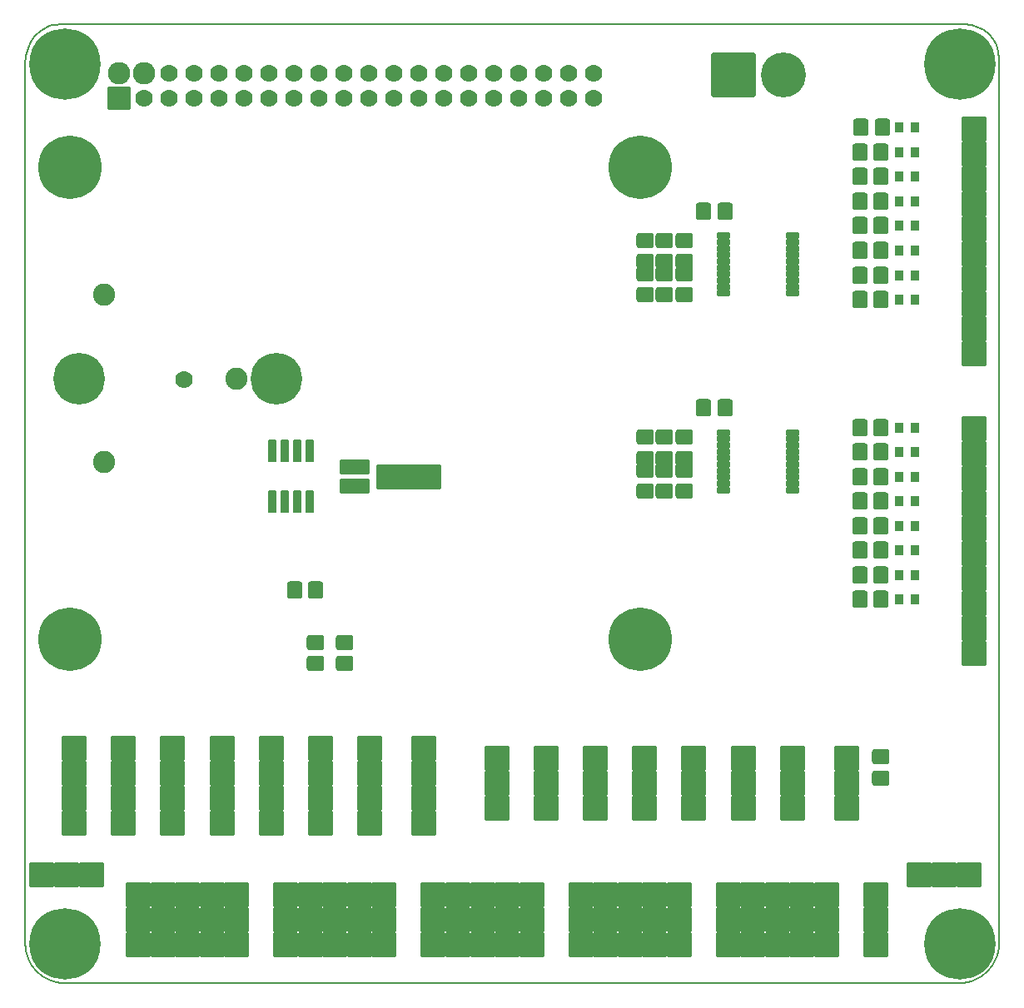
<source format=gbr>
G04 PROTEUS RS274X GERBER FILE*
%FSLAX45Y45*%
%MOMM*%
G01*
%ADD31C,1.778000*%
%ADD32C,6.454000*%
%AMPPAD027*
4,1,48,
-0.952500,1.206500,
0.952500,1.206500,
0.978900,1.205220,
1.004430,1.201450,
1.028990,1.195300,
1.074720,1.176370,
1.115150,1.149340,
1.149340,1.115140,
1.176360,1.074720,
1.195300,1.028990,
1.201450,1.004430,
1.205220,0.978900,
1.206500,0.952500,
1.206500,-0.952500,
1.205220,-0.978900,
1.201450,-1.004430,
1.195300,-1.028990,
1.176360,-1.074720,
1.149340,-1.115140,
1.115150,-1.149340,
1.074720,-1.176370,
1.028990,-1.195300,
1.004430,-1.201450,
0.978900,-1.205220,
0.952500,-1.206500,
-0.952500,-1.206500,
-0.978900,-1.205220,
-1.004430,-1.201450,
-1.028990,-1.195300,
-1.074720,-1.176370,
-1.115150,-1.149340,
-1.149340,-1.115140,
-1.176360,-1.074720,
-1.195300,-1.028990,
-1.201450,-1.004430,
-1.205220,-0.978900,
-1.206500,-0.952500,
-1.206500,0.952500,
-1.205220,0.978900,
-1.201450,1.004430,
-1.195300,1.028990,
-1.176360,1.074720,
-1.149340,1.115140,
-1.115150,1.149340,
-1.074720,1.176370,
-1.028990,1.195300,
-1.004430,1.201450,
-0.978900,1.205220,
-0.952500,1.206500,
0*%
%ADD33PPAD027*%
%ADD34C,2.286000*%
%ADD35C,5.254000*%
%ADD36C,2.254000*%
%AMPPAD031*
4,1,48,
-1.270000,-1.016000,
-1.270000,1.016000,
-1.268720,1.042400,
-1.264950,1.067930,
-1.258800,1.092490,
-1.239870,1.138220,
-1.212840,1.178650,
-1.178640,1.212840,
-1.138220,1.239860,
-1.092490,1.258800,
-1.067930,1.264950,
-1.042400,1.268720,
-1.016000,1.270000,
1.016000,1.270000,
1.042400,1.268720,
1.067930,1.264950,
1.092490,1.258800,
1.138220,1.239860,
1.178640,1.212840,
1.212840,1.178650,
1.239870,1.138220,
1.258800,1.092490,
1.264950,1.067930,
1.268720,1.042400,
1.270000,1.016000,
1.270000,-1.016000,
1.268720,-1.042400,
1.264950,-1.067930,
1.258800,-1.092490,
1.239870,-1.138220,
1.212840,-1.178650,
1.178640,-1.212840,
1.138220,-1.239860,
1.092490,-1.258800,
1.067930,-1.264950,
1.042400,-1.268720,
1.016000,-1.270000,
-1.016000,-1.270000,
-1.042400,-1.268720,
-1.067930,-1.264950,
-1.092490,-1.258800,
-1.138220,-1.239860,
-1.178640,-1.212840,
-1.212840,-1.178650,
-1.239870,-1.138220,
-1.258800,-1.092490,
-1.264950,-1.067930,
-1.268720,-1.042400,
-1.270000,-1.016000,
0*%
%ADD37PPAD031*%
%ADD38C,7.254000*%
%AMPPAD033*
4,1,36,
-0.317500,1.143000,
0.317500,1.143000,
0.343470,1.140470,
0.367480,1.133200,
0.389080,1.121650,
0.407790,1.106290,
0.423150,1.087570,
0.434700,1.065980,
0.441970,1.041970,
0.444500,1.016000,
0.444500,-1.016000,
0.441970,-1.041970,
0.434700,-1.065980,
0.423150,-1.087570,
0.407790,-1.106290,
0.389080,-1.121650,
0.367480,-1.133200,
0.343470,-1.140470,
0.317500,-1.143000,
-0.317500,-1.143000,
-0.343470,-1.140470,
-0.367480,-1.133200,
-0.389080,-1.121650,
-0.407790,-1.106290,
-0.423150,-1.087570,
-0.434700,-1.065980,
-0.441970,-1.041970,
-0.444500,-1.016000,
-0.444500,1.016000,
-0.441970,1.041970,
-0.434700,1.065980,
-0.423150,1.087570,
-0.407790,1.106290,
-0.389080,1.121650,
-0.367480,1.133200,
-0.343470,1.140470,
-0.317500,1.143000,
0*%
%ADD39PPAD033*%
%AMPPAD034*
4,1,36,
-0.677000,-0.200000,
-0.677000,0.200000,
-0.674470,0.225970,
-0.667200,0.249980,
-0.655650,0.271580,
-0.640290,0.290290,
-0.621570,0.305650,
-0.599980,0.317200,
-0.575970,0.324470,
-0.550000,0.327000,
0.550000,0.327000,
0.575970,0.324470,
0.599980,0.317200,
0.621570,0.305650,
0.640290,0.290290,
0.655650,0.271580,
0.667200,0.249980,
0.674470,0.225970,
0.677000,0.200000,
0.677000,-0.200000,
0.674470,-0.225970,
0.667200,-0.249980,
0.655650,-0.271580,
0.640290,-0.290290,
0.621570,-0.305650,
0.599980,-0.317200,
0.575970,-0.324470,
0.550000,-0.327000,
-0.550000,-0.327000,
-0.575970,-0.324470,
-0.599980,-0.317200,
-0.621570,-0.305650,
-0.640290,-0.290290,
-0.655650,-0.271580,
-0.667200,-0.249980,
-0.674470,-0.225970,
-0.677000,-0.200000,
0*%
%ADD40PPAD034*%
%AMPPAD035*
4,1,48,
-0.889000,-0.508000,
-0.889000,0.508000,
-0.887720,0.534400,
-0.883950,0.559930,
-0.877800,0.584490,
-0.858870,0.630220,
-0.831840,0.670650,
-0.797640,0.704840,
-0.757220,0.731860,
-0.711490,0.750800,
-0.686930,0.756950,
-0.661400,0.760720,
-0.635000,0.762000,
0.635000,0.762000,
0.661400,0.760720,
0.686930,0.756950,
0.711490,0.750800,
0.757220,0.731860,
0.797640,0.704840,
0.831840,0.670650,
0.858870,0.630220,
0.877800,0.584490,
0.883950,0.559930,
0.887720,0.534400,
0.889000,0.508000,
0.889000,-0.508000,
0.887720,-0.534400,
0.883950,-0.559930,
0.877800,-0.584490,
0.858870,-0.630220,
0.831840,-0.670650,
0.797640,-0.704840,
0.757220,-0.731860,
0.711490,-0.750800,
0.686930,-0.756950,
0.661400,-0.760720,
0.635000,-0.762000,
-0.635000,-0.762000,
-0.661400,-0.760720,
-0.686930,-0.756950,
-0.711490,-0.750800,
-0.757220,-0.731860,
-0.797640,-0.704840,
-0.831840,-0.670650,
-0.858870,-0.630220,
-0.877800,-0.584490,
-0.883950,-0.559930,
-0.887720,-0.534400,
-0.889000,-0.508000,
0*%
%ADD41PPAD035*%
%AMPPAD036*
4,1,48,
-0.508000,0.889000,
0.508000,0.889000,
0.534400,0.887720,
0.559930,0.883950,
0.584490,0.877800,
0.630220,0.858870,
0.670650,0.831840,
0.704840,0.797640,
0.731860,0.757220,
0.750800,0.711490,
0.756950,0.686930,
0.760720,0.661400,
0.762000,0.635000,
0.762000,-0.635000,
0.760720,-0.661400,
0.756950,-0.686930,
0.750800,-0.711490,
0.731860,-0.757220,
0.704840,-0.797640,
0.670650,-0.831840,
0.630220,-0.858870,
0.584490,-0.877800,
0.559930,-0.883950,
0.534400,-0.887720,
0.508000,-0.889000,
-0.508000,-0.889000,
-0.534400,-0.887720,
-0.559930,-0.883950,
-0.584490,-0.877800,
-0.630220,-0.858870,
-0.670650,-0.831840,
-0.704840,-0.797640,
-0.731860,-0.757220,
-0.750800,-0.711490,
-0.756950,-0.686930,
-0.760720,-0.661400,
-0.762000,-0.635000,
-0.762000,0.635000,
-0.760720,0.661400,
-0.756950,0.686930,
-0.750800,0.711490,
-0.731860,0.757220,
-0.704840,0.797640,
-0.670650,0.831840,
-0.630220,0.858870,
-0.584490,0.877800,
-0.559930,0.883950,
-0.534400,0.887720,
-0.508000,0.889000,
0*%
%ADD42PPAD036*%
%AMPPAD037*
4,1,4,
0.444500,-0.469900,
-0.444500,-0.469900,
-0.444500,0.469900,
0.444500,0.469900,
0.444500,-0.469900,
0*%
%ADD43PPAD037*%
%AMPPAD038*
4,1,48,
-1.524000,-0.508000,
-1.524000,0.508000,
-1.522720,0.534400,
-1.518950,0.559930,
-1.512800,0.584490,
-1.493870,0.630220,
-1.466840,0.670650,
-1.432640,0.704840,
-1.392220,0.731860,
-1.346490,0.750800,
-1.321930,0.756950,
-1.296400,0.760720,
-1.270000,0.762000,
1.270000,0.762000,
1.296400,0.760720,
1.321930,0.756950,
1.346490,0.750800,
1.392220,0.731860,
1.432640,0.704840,
1.466840,0.670650,
1.493870,0.630220,
1.512800,0.584490,
1.518950,0.559930,
1.522720,0.534400,
1.524000,0.508000,
1.524000,-0.508000,
1.522720,-0.534400,
1.518950,-0.559930,
1.512800,-0.584490,
1.493870,-0.630220,
1.466840,-0.670650,
1.432640,-0.704840,
1.392220,-0.731860,
1.346490,-0.750800,
1.321930,-0.756950,
1.296400,-0.760720,
1.270000,-0.762000,
-1.270000,-0.762000,
-1.296400,-0.760720,
-1.321930,-0.756950,
-1.346490,-0.750800,
-1.392220,-0.731860,
-1.432640,-0.704840,
-1.466840,-0.670650,
-1.493870,-0.630220,
-1.512800,-0.584490,
-1.518950,-0.559930,
-1.522720,-0.534400,
-1.524000,-0.508000,
0*%
%ADD44PPAD038*%
%AMPPAD039*
4,1,48,
-3.302000,-1.016000,
-3.302000,1.016000,
-3.300720,1.042400,
-3.296950,1.067930,
-3.290800,1.092490,
-3.271870,1.138220,
-3.244840,1.178650,
-3.210640,1.212840,
-3.170220,1.239860,
-3.124490,1.258800,
-3.099930,1.264950,
-3.074400,1.268720,
-3.048000,1.270000,
3.048000,1.270000,
3.074400,1.268720,
3.099930,1.264950,
3.124490,1.258800,
3.170220,1.239860,
3.210640,1.212840,
3.244840,1.178650,
3.271870,1.138220,
3.290800,1.092490,
3.296950,1.067930,
3.300720,1.042400,
3.302000,1.016000,
3.302000,-1.016000,
3.300720,-1.042400,
3.296950,-1.067930,
3.290800,-1.092490,
3.271870,-1.138220,
3.244840,-1.178650,
3.210640,-1.212840,
3.170220,-1.239860,
3.124490,-1.258800,
3.099930,-1.264950,
3.074400,-1.268720,
3.048000,-1.270000,
-3.048000,-1.270000,
-3.074400,-1.268720,
-3.099930,-1.264950,
-3.124490,-1.258800,
-3.170220,-1.239860,
-3.210640,-1.212840,
-3.244840,-1.178650,
-3.271870,-1.138220,
-3.290800,-1.092490,
-3.296950,-1.067930,
-3.300720,-1.042400,
-3.302000,-1.016000,
0*%
%ADD45PPAD039*%
%AMPPAD040*
4,1,48,
-1.905000,2.286000,
1.905000,2.286000,
1.944600,2.284080,
1.982900,2.278420,
2.054940,2.256610,
2.119730,2.221960,
2.175870,2.175870,
2.221960,2.119730,
2.256610,2.054940,
2.269210,2.019740,
2.278420,1.982900,
2.284080,1.944600,
2.286000,1.905000,
2.286000,-1.905000,
2.284080,-1.944600,
2.278420,-1.982900,
2.269210,-2.019740,
2.256610,-2.054940,
2.221960,-2.119730,
2.175870,-2.175870,
2.119730,-2.221960,
2.054940,-2.256610,
1.982900,-2.278420,
1.944600,-2.284080,
1.905000,-2.286000,
-1.905000,-2.286000,
-1.944600,-2.284080,
-1.982900,-2.278420,
-2.054940,-2.256610,
-2.119730,-2.221960,
-2.175870,-2.175870,
-2.221960,-2.119730,
-2.256610,-2.054940,
-2.269210,-2.019740,
-2.278420,-1.982900,
-2.284080,-1.944600,
-2.286000,-1.905000,
-2.286000,1.905000,
-2.284080,1.944600,
-2.278420,1.982900,
-2.269210,2.019740,
-2.256610,2.054940,
-2.221960,2.119730,
-2.175870,2.175870,
-2.119730,2.221960,
-2.054940,2.256610,
-1.982900,2.278420,
-1.944600,2.284080,
-1.905000,2.286000,
0*%
%ADD46PPAD040*%
%ADD47C,4.572000*%
%AMPPAD042*
4,1,48,
-1.016000,1.270000,
1.016000,1.270000,
1.042400,1.268720,
1.067930,1.264950,
1.092490,1.258800,
1.138220,1.239870,
1.178650,1.212840,
1.212840,1.178640,
1.239860,1.138220,
1.258800,1.092490,
1.264950,1.067930,
1.268720,1.042400,
1.270000,1.016000,
1.270000,-1.016000,
1.268720,-1.042400,
1.264950,-1.067930,
1.258800,-1.092490,
1.239860,-1.138220,
1.212840,-1.178640,
1.178650,-1.212840,
1.138220,-1.239870,
1.092490,-1.258800,
1.067930,-1.264950,
1.042400,-1.268720,
1.016000,-1.270000,
-1.016000,-1.270000,
-1.042400,-1.268720,
-1.067930,-1.264950,
-1.092490,-1.258800,
-1.138220,-1.239870,
-1.178650,-1.212840,
-1.212840,-1.178640,
-1.239860,-1.138220,
-1.258800,-1.092490,
-1.264950,-1.067930,
-1.268720,-1.042400,
-1.270000,-1.016000,
-1.270000,1.016000,
-1.268720,1.042400,
-1.264950,1.067930,
-1.258800,1.092490,
-1.239860,1.138220,
-1.212840,1.178640,
-1.178650,1.212840,
-1.138220,1.239870,
-1.092490,1.258800,
-1.067930,1.264950,
-1.042400,1.268720,
-1.016000,1.270000,
0*%
%ADD48PPAD042*%
%ADD72C,0.203200*%
D31*
X+1665402Y-3660000D03*
D32*
X+500000Y-1500000D03*
X+6300000Y-1500000D03*
X+6300000Y-6300000D03*
X+500000Y-6300000D03*
D33*
X+1000000Y-804000D03*
D31*
X+1254000Y-804000D03*
X+1508000Y-804000D03*
X+1762000Y-804000D03*
X+2016000Y-804000D03*
X+2270000Y-804000D03*
X+2524000Y-804000D03*
X+2778000Y-804000D03*
X+3032000Y-804000D03*
X+3286000Y-804000D03*
X+3540000Y-804000D03*
X+3794000Y-804000D03*
X+4048000Y-804000D03*
X+4302000Y-804000D03*
X+4556000Y-804000D03*
X+4810000Y-804000D03*
X+5064000Y-804000D03*
X+5318000Y-804000D03*
X+5572000Y-804000D03*
X+5826000Y-804000D03*
X+5826000Y-550000D03*
X+5572000Y-550000D03*
X+5318000Y-550000D03*
X+5064000Y-550000D03*
X+4810000Y-550000D03*
X+4556000Y-550000D03*
X+4302000Y-550000D03*
X+4048000Y-550000D03*
X+3794000Y-550000D03*
X+3540000Y-550000D03*
X+3286000Y-550000D03*
X+3032000Y-550000D03*
X+2778000Y-550000D03*
X+2524000Y-550000D03*
X+2270000Y-550000D03*
X+2016000Y-550000D03*
X+1762000Y-550000D03*
X+1508000Y-550000D03*
D34*
X+1254000Y-550000D03*
X+1000000Y-550000D03*
D35*
X+2600000Y-3650000D03*
D36*
X+850000Y-2800000D03*
X+850000Y-4500000D03*
X+2200000Y-3650000D03*
D35*
X+600000Y-3650000D03*
D37*
X+548458Y-8171500D03*
X+548458Y-7917500D03*
X+548458Y-7663500D03*
X+548458Y-7409500D03*
X+1048458Y-8171500D03*
X+1048458Y-7917500D03*
X+1048458Y-7663500D03*
X+1048458Y-7409500D03*
X+1548458Y-8171500D03*
X+1548458Y-7917500D03*
X+1548458Y-7663500D03*
X+1548458Y-7409500D03*
X+2048458Y-8171500D03*
X+2048458Y-7917500D03*
X+2048458Y-7663500D03*
X+2048458Y-7409500D03*
X+2548458Y-8171500D03*
X+2548458Y-7917500D03*
X+2548458Y-7663500D03*
X+2548458Y-7409500D03*
X+3048458Y-8171500D03*
X+3048458Y-7917500D03*
X+3048458Y-7663500D03*
X+3048458Y-7409500D03*
X+3548458Y-8171500D03*
X+3548458Y-7917500D03*
X+3548458Y-7663500D03*
X+3548458Y-7409500D03*
X+4098458Y-8171500D03*
X+4098458Y-7917500D03*
X+4098458Y-7663500D03*
X+4098458Y-7409500D03*
X+4848458Y-8021500D03*
X+4848458Y-7767500D03*
X+4848458Y-7513500D03*
X+5348458Y-8021500D03*
X+5348458Y-7767500D03*
X+5348458Y-7513500D03*
X+5848458Y-8021500D03*
X+5848458Y-7767500D03*
X+5848458Y-7513500D03*
X+6348458Y-8021500D03*
X+6348458Y-7767500D03*
X+6348458Y-7513500D03*
X+6848458Y-8021500D03*
X+6848458Y-7767500D03*
X+6848458Y-7513500D03*
X+7348458Y-8021500D03*
X+7348458Y-7767500D03*
X+7348458Y-7513500D03*
X+7848458Y-8021500D03*
X+7848458Y-7767500D03*
X+7848458Y-7513500D03*
X+8398458Y-8021500D03*
X+8398458Y-7767500D03*
X+8398458Y-7513500D03*
X+1198458Y-9413500D03*
X+1198458Y-9159500D03*
X+1198458Y-8905500D03*
X+1448458Y-9413500D03*
X+1448458Y-9159500D03*
X+1448458Y-8905500D03*
X+1698458Y-9413500D03*
X+1698458Y-9159500D03*
X+1698458Y-8905500D03*
X+1948458Y-9413500D03*
X+1948458Y-9159500D03*
X+1948458Y-8905500D03*
X+2198458Y-9413500D03*
X+2198458Y-9159500D03*
X+2198458Y-8905500D03*
X+2698458Y-9413500D03*
X+2698458Y-9159500D03*
X+2698458Y-8905500D03*
X+2948458Y-9413500D03*
X+2948458Y-9159500D03*
X+2948458Y-8905500D03*
X+3198458Y-9413500D03*
X+3198458Y-9159500D03*
X+3198458Y-8905500D03*
X+3448458Y-9413500D03*
X+3448458Y-9159500D03*
X+3448458Y-8905500D03*
X+3698458Y-9413500D03*
X+3698458Y-9159500D03*
X+3698458Y-8905500D03*
X+4198458Y-9413500D03*
X+4198458Y-9159500D03*
X+4198458Y-8905500D03*
X+4448458Y-9413500D03*
X+4448458Y-9159500D03*
X+4448458Y-8905500D03*
X+4698458Y-9413500D03*
X+4698458Y-9159500D03*
X+4698458Y-8905500D03*
X+4948458Y-9413500D03*
X+4948458Y-9159500D03*
X+4948458Y-8905500D03*
X+5198458Y-9413500D03*
X+5198458Y-9159500D03*
X+5198458Y-8905500D03*
X+5698458Y-9413500D03*
X+5698458Y-9159500D03*
X+5698458Y-8905500D03*
X+5948458Y-9413500D03*
X+5948458Y-9159500D03*
X+5948458Y-8905500D03*
X+6198458Y-9413500D03*
X+6198458Y-9159500D03*
X+6198458Y-8905500D03*
X+6448458Y-9413500D03*
X+6448458Y-9159500D03*
X+6448458Y-8905500D03*
X+6698458Y-9413500D03*
X+6698458Y-9159500D03*
X+6698458Y-8905500D03*
X+7198458Y-9413500D03*
X+7198458Y-9159500D03*
X+7198458Y-8905500D03*
X+7448458Y-9413500D03*
X+7448458Y-9159500D03*
X+7448458Y-8905500D03*
X+7698458Y-9413500D03*
X+7698458Y-9159500D03*
X+7698458Y-8905500D03*
X+7948458Y-9413500D03*
X+7948458Y-9159500D03*
X+7948458Y-8905500D03*
X+8198458Y-9413500D03*
X+8198458Y-9159500D03*
X+8198458Y-8905500D03*
X+8698458Y-9413500D03*
X+8698458Y-9159500D03*
X+8698458Y-8905500D03*
X+9700000Y-3400000D03*
X+9700000Y-3146000D03*
X+9700000Y-2892000D03*
X+9700000Y-2638000D03*
X+9700000Y-2384000D03*
X+9700000Y-2130000D03*
X+9700000Y-1876000D03*
X+9700000Y-1622000D03*
X+9700000Y-1368000D03*
X+9700000Y-1114000D03*
X+9700000Y-6450000D03*
X+9700000Y-6196000D03*
X+9700000Y-5942000D03*
X+9700000Y-5688000D03*
X+9700000Y-5434000D03*
X+9700000Y-5180000D03*
X+9700000Y-4926000D03*
X+9700000Y-4672000D03*
X+9700000Y-4418000D03*
X+9700000Y-4164000D03*
D38*
X+450000Y-450000D03*
X+9550000Y-450000D03*
X+9550000Y-9400000D03*
X+450000Y-9400000D03*
D39*
X+2940500Y-4389650D03*
X+2813500Y-4389650D03*
X+2686500Y-4389650D03*
X+2559500Y-4389650D03*
X+2559500Y-4910350D03*
X+2686500Y-4910350D03*
X+2813500Y-4910350D03*
X+2940500Y-4910350D03*
D40*
X+7150000Y-2200000D03*
X+7150000Y-2265000D03*
X+7150000Y-2330000D03*
X+7150000Y-2395000D03*
X+7150000Y-2460000D03*
X+7150000Y-2525000D03*
X+7150000Y-2590000D03*
X+7150000Y-2655000D03*
X+7150000Y-2720000D03*
X+7150000Y-2785000D03*
X+7850000Y-2785000D03*
X+7850000Y-2720000D03*
X+7850000Y-2655000D03*
X+7850000Y-2590000D03*
X+7850000Y-2525000D03*
X+7850000Y-2460000D03*
X+7850000Y-2395000D03*
X+7850000Y-2330000D03*
X+7850000Y-2265000D03*
X+7850000Y-2200000D03*
X+7150000Y-4200000D03*
X+7150000Y-4265000D03*
X+7150000Y-4330000D03*
X+7150000Y-4395000D03*
X+7150000Y-4460000D03*
X+7150000Y-4525000D03*
X+7150000Y-4590000D03*
X+7150000Y-4655000D03*
X+7150000Y-4720000D03*
X+7150000Y-4785000D03*
X+7850000Y-4785000D03*
X+7850000Y-4720000D03*
X+7850000Y-4655000D03*
X+7850000Y-4590000D03*
X+7850000Y-4525000D03*
X+7850000Y-4460000D03*
X+7850000Y-4395000D03*
X+7850000Y-4330000D03*
X+7850000Y-4265000D03*
X+7850000Y-4200000D03*
D41*
X+8748458Y-7713500D03*
X+8748458Y-7500140D03*
X+6350000Y-4250000D03*
X+6350000Y-4463360D03*
X+6750000Y-4250000D03*
X+6750000Y-4463360D03*
X+6550000Y-4250000D03*
X+6550000Y-4463360D03*
X+6350000Y-4800000D03*
X+6350000Y-4586640D03*
X+6750000Y-4800000D03*
X+6750000Y-4586640D03*
X+6550000Y-4800000D03*
X+6550000Y-4586640D03*
X+6350000Y-2250000D03*
X+6350000Y-2463360D03*
X+6750000Y-2250000D03*
X+6750000Y-2463360D03*
X+6550000Y-2250000D03*
X+6550000Y-2463360D03*
X+6350000Y-2800000D03*
X+6350000Y-2586640D03*
X+6750000Y-2800000D03*
X+6750000Y-2586640D03*
X+6550000Y-2800000D03*
X+6550000Y-2586640D03*
D42*
X+6950000Y-1950000D03*
X+7163360Y-1950000D03*
X+6950000Y-3950000D03*
X+7163360Y-3950000D03*
D43*
X+8940000Y-1100000D03*
X+9100000Y-1100000D03*
X+8940000Y-1350000D03*
X+9100000Y-1350000D03*
X+8940000Y-1600000D03*
X+9100000Y-1600000D03*
X+8940000Y-1850000D03*
X+9100000Y-1850000D03*
X+8940000Y-2100000D03*
X+9100000Y-2100000D03*
X+8940000Y-2350000D03*
X+9100000Y-2350000D03*
X+8940000Y-2600000D03*
X+9100000Y-2600000D03*
X+8940000Y-2850000D03*
X+9100000Y-2850000D03*
X+8940000Y-4150000D03*
X+9100000Y-4150000D03*
X+8940000Y-4400000D03*
X+9100000Y-4400000D03*
X+8940000Y-4650000D03*
X+9100000Y-4650000D03*
X+8940000Y-4900000D03*
X+9100000Y-4900000D03*
X+8940000Y-5150000D03*
X+9100000Y-5150000D03*
X+8940000Y-5400000D03*
X+9100000Y-5400000D03*
X+8940000Y-5650000D03*
X+9100000Y-5650000D03*
X+8940000Y-5900000D03*
X+9100000Y-5900000D03*
D42*
X+8763360Y-1100000D03*
X+8550000Y-1100000D03*
X+8750000Y-1350000D03*
X+8536640Y-1350000D03*
X+8750000Y-1600000D03*
X+8536640Y-1600000D03*
X+8750000Y-1850000D03*
X+8536640Y-1850000D03*
X+8750000Y-2100000D03*
X+8536640Y-2100000D03*
X+8750000Y-2350000D03*
X+8536640Y-2350000D03*
X+8750000Y-2600000D03*
X+8536640Y-2600000D03*
X+8750000Y-2850000D03*
X+8536640Y-2850000D03*
X+8750000Y-4150000D03*
X+8536640Y-4150000D03*
X+8750000Y-4400000D03*
X+8536640Y-4400000D03*
X+8750000Y-4650000D03*
X+8536640Y-4650000D03*
X+8750000Y-4900000D03*
X+8536640Y-4900000D03*
X+8750000Y-5150000D03*
X+8536640Y-5150000D03*
X+8750000Y-5400000D03*
X+8536640Y-5400000D03*
X+8750000Y-5650000D03*
X+8536640Y-5650000D03*
X+8750000Y-5900000D03*
X+8536640Y-5900000D03*
D44*
X+3400000Y-4750000D03*
X+3400000Y-4550000D03*
D45*
X+3950000Y-4650000D03*
D41*
X+3300000Y-6553360D03*
X+3300000Y-6340000D03*
X+3000000Y-6340000D03*
X+3000000Y-6553360D03*
D42*
X+3000000Y-5800000D03*
X+2786640Y-5800000D03*
D46*
X+7250000Y-560000D03*
D47*
X+7758000Y-560000D03*
D48*
X+9138458Y-8703500D03*
X+9392458Y-8703500D03*
X+9646458Y-8703500D03*
X+724770Y-8697188D03*
X+470770Y-8697188D03*
X+216770Y-8697188D03*
D72*
X+400000Y-50000D02*
X+9600000Y-50000D01*
X+9950000Y-400000D02*
X+9950000Y-9400000D01*
X+50000Y-9400000D02*
X+50000Y-450000D01*
X+9600000Y-50000D02*
X+9671564Y-56964D01*
X+9737744Y-77002D01*
X+9797259Y-108832D01*
X+9848828Y-151172D01*
X+9891168Y-202740D01*
X+9922998Y-262256D01*
X+9943036Y-328436D01*
X+9950000Y-400000D01*
X+400000Y-50000D02*
X+363625Y-52020D01*
X+328436Y-57959D01*
X+294593Y-67633D01*
X+262256Y-80859D01*
X+202741Y-117236D01*
X+151172Y-165625D01*
X+108832Y-224561D01*
X+77002Y-292578D01*
X+56964Y-368213D01*
X+50000Y-450000D01*
X+450000Y-9800000D02*
X+9550000Y-9800000D01*
X+50000Y-9400000D02*
X+52020Y-9441571D01*
X+57959Y-9481787D01*
X+67633Y-9520465D01*
X+80859Y-9557422D01*
X+97455Y-9592474D01*
X+117236Y-9625439D01*
X+165625Y-9684375D01*
X+224561Y-9732764D01*
X+257526Y-9752545D01*
X+292578Y-9769141D01*
X+329535Y-9782367D01*
X+368213Y-9792041D01*
X+408429Y-9797980D01*
X+450000Y-9800000D01*
X+9550000Y-9800000D02*
X+9591571Y-9797980D01*
X+9631787Y-9792041D01*
X+9670465Y-9782367D01*
X+9707422Y-9769141D01*
X+9742474Y-9752545D01*
X+9775439Y-9732764D01*
X+9834375Y-9684375D01*
X+9882764Y-9625439D01*
X+9902545Y-9592474D01*
X+9919141Y-9557422D01*
X+9932367Y-9520465D01*
X+9942041Y-9481787D01*
X+9947980Y-9441571D01*
X+9950000Y-9400000D01*
M02*

</source>
